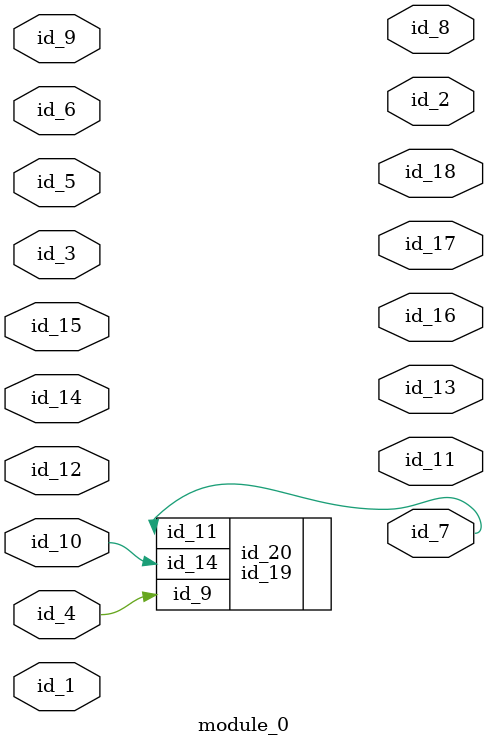
<source format=v>
`timescale 1ps / 1 ps
module module_0 (
    id_1,
    id_2,
    id_3,
    id_4,
    id_5,
    id_6,
    id_7,
    id_8,
    id_9,
    id_10,
    id_11,
    id_12,
    id_13,
    id_14,
    id_15,
    id_16,
    id_17,
    id_18
);
  output id_18;
  output id_17;
  output id_16;
  input id_15;
  input id_14;
  output id_13;
  input id_12;
  output id_11;
  input id_10;
  input id_9;
  output id_8;
  output id_7;
  input id_6;
  input id_5;
  input id_4;
  input id_3;
  output id_2;
  input id_1;
  id_19 id_20 (
      .id_14(id_10),
      .id_9 (id_4),
      .id_11(id_7)
  );
endmodule

</source>
